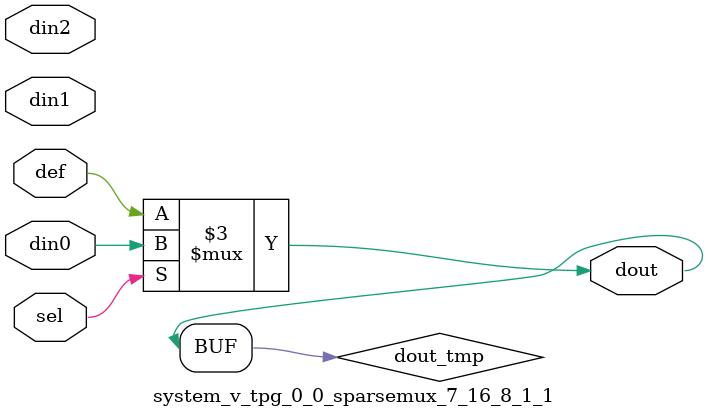
<source format=v>
`timescale 1ns / 1ps

module system_v_tpg_0_0_sparsemux_7_16_8_1_1 (din0,din1,din2,def,sel,dout);

parameter din0_WIDTH = 1;

parameter din1_WIDTH = 1;

parameter din2_WIDTH = 1;

parameter def_WIDTH = 1;
parameter sel_WIDTH = 1;
parameter dout_WIDTH = 1;

parameter [sel_WIDTH-1:0] CASE0 = 1;

parameter [sel_WIDTH-1:0] CASE1 = 1;

parameter [sel_WIDTH-1:0] CASE2 = 1;

parameter ID = 1;
parameter NUM_STAGE = 1;



input [din0_WIDTH-1:0] din0;

input [din1_WIDTH-1:0] din1;

input [din2_WIDTH-1:0] din2;

input [def_WIDTH-1:0] def;
input [sel_WIDTH-1:0] sel;

output [dout_WIDTH-1:0] dout;



reg [dout_WIDTH-1:0] dout_tmp;


always @ (*) begin
(* parallel_case *) case (sel)
    
    CASE0 : dout_tmp = din0;
    
    CASE1 : dout_tmp = din1;
    
    CASE2 : dout_tmp = din2;
    
    default : dout_tmp = def;
endcase
end


assign dout = dout_tmp;



endmodule

</source>
